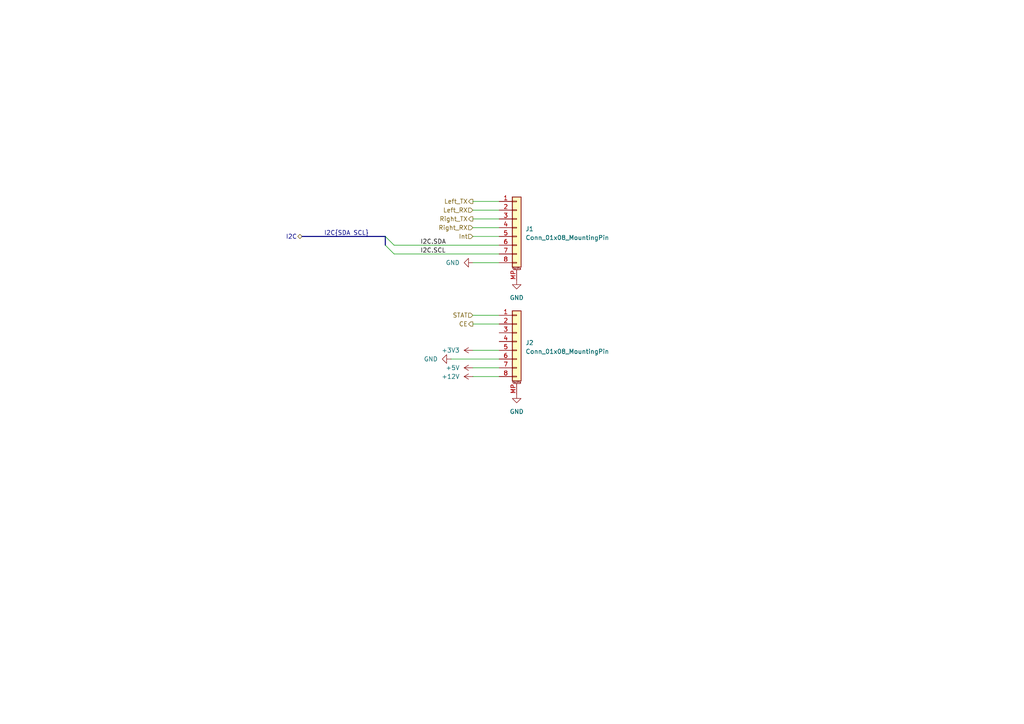
<source format=kicad_sch>
(kicad_sch (version 20250114) (generator "eeschema") (generator_version "9.0")
  (paper "A4")
  (lib_symbols
    (symbol "Connector_Generic_MountingPin:Conn_01x08_MountingPin" (pin_names (offset 1.016) (hide yes))
      (property "Reference" "J" (at 0 10.16 0))
      (property "Value" "Conn_01x08_MountingPin" (at 1.27 -12.7 0))
      (symbol "Conn_01x08_MountingPin_1_1"
        (rectangle (start -1.27 8.89) (end 1.27 -11.43) (stroke (width 0.254)) (fill (type background)))
        (rectangle (start -1.27 7.747) (end 0 7.493) (stroke (width 0.1524)))
        (rectangle (start -1.27 5.207) (end 0 4.953) (stroke (width 0.1524)))
        (rectangle (start -1.27 2.667) (end 0 2.413) (stroke (width 0.1524)))
        (rectangle (start -1.27 0.127) (end 0 -0.127) (stroke (width 0.1524)))
        (rectangle (start -1.27 -2.413) (end 0 -2.667) (stroke (width 0.1524)))
        (rectangle (start -1.27 -4.953) (end 0 -5.207) (stroke (width 0.1524)))
        (rectangle (start -1.27 -7.493) (end 0 -7.747) (stroke (width 0.1524)))
        (rectangle (start -1.27 -10.033) (end 0 -10.287) (stroke (width 0.1524)))
        (polyline (pts (xy -1.016 -12.192) (xy 1.016 -12.192)) (stroke (width 0.1524)))
        (text "Mounting" (at 0 -11.811 0) (effects (font (size 0.381 0.381))))
        (pin passive line (at -5.08 7.62 0) (length 3.81) (name "Pin_1") (number "1"))
        (pin passive line (at -5.08 5.08 0) (length 3.81) (name "Pin_2") (number "2"))
        (pin passive line (at -5.08 2.54 0) (length 3.81) (name "Pin_3") (number "3"))
        (pin passive line (at -5.08 0 0) (length 3.81) (name "Pin_4") (number "4"))
        (pin passive line (at -5.08 -2.54 0) (length 3.81) (name "Pin_5") (number "5"))
        (pin passive line (at -5.08 -5.08 0) (length 3.81) (name "Pin_6") (number "6"))
        (pin passive line (at -5.08 -7.62 0) (length 3.81) (name "Pin_7") (number "7"))
        (pin passive line (at -5.08 -10.16 0) (length 3.81) (name "Pin_8") (number "8"))
        (pin passive line (at 0 -15.24 90) (length 3.048) (name "MountPin") (number "MP"))
      )
    )
    (symbol "power:+12V" (power) (pin_numbers (hide yes)) (pin_names (offset 0) (hide yes))
      (property "Value" "+12V" (at 0 3.556 0))
      (symbol "+12V_0_1"
        (polyline (pts (xy -0.762 1.27) (xy 0 2.54)))
        (polyline (pts (xy 0 2.54) (xy 0.762 1.27)))
        (polyline (pts (xy 0 0) (xy 0 2.54)))
      )
      (symbol "+12V_1_1"
        (pin power_in line (at 0 0 90) (length 0) (name "~") (number "1"))
      )
    )
    (symbol "power:+3V3" (power) (pin_numbers (hide yes)) (pin_names (offset 0) (hide yes))
      (property "Value" "+3V3" (at 0 3.556 0))
      (symbol "+3V3_0_1"
        (polyline (pts (xy -0.762 1.27) (xy 0 2.54)))
        (polyline (pts (xy 0 2.54) (xy 0.762 1.27)))
        (polyline (pts (xy 0 0) (xy 0 2.54)))
      )
      (symbol "+3V3_1_1"
        (pin power_in line (at 0 0 90) (length 0) (name "~") (number "1"))
      )
    )
    (symbol "power:+5V" (power) (pin_numbers (hide yes)) (pin_names (offset 0) (hide yes))
      (property "Value" "+5V" (at 0 3.556 0))
      (symbol "+5V_0_1"
        (polyline (pts (xy -0.762 1.27) (xy 0 2.54)))
        (polyline (pts (xy 0 2.54) (xy 0.762 1.27)))
        (polyline (pts (xy 0 0) (xy 0 2.54)))
      )
      (symbol "+5V_1_1"
        (pin power_in line (at 0 0 90) (length 0) (name "~") (number "1"))
      )
    )
    (symbol "power:GND" (power) (pin_numbers (hide yes)) (pin_names (offset 0) (hide yes))
      (property "Value" "GND" (at 0 -3.81 0))
      (symbol "GND_0_1"
        (polyline (pts (xy 0 0) (xy 0 -1.27) (xy 1.27 -1.27) (xy 0 -2.54) (xy -1.27 -1.27) (xy 0 -1.27)))
      )
      (symbol "GND_1_1"
        (pin power_in line (at 0 0 270) (length 0) (name "~") (number "1"))
      )
    )
  )
  (bus_entry (at 111.76 71.12) (size 2.54 2.54))
  (bus_entry (at 111.76 68.58) (size 2.54 2.54))
  (wire (pts (xy 114.3 73.66) (xy 144.78 73.66)))
  (wire (pts (xy 137.16 109.22) (xy 144.78 109.22)))
  (bus (pts (xy 87.63 68.58) (xy 111.76 68.58)))
  (wire (pts (xy 137.16 91.44) (xy 144.78 91.44)))
  (wire (pts (xy 137.16 66.04) (xy 144.78 66.04)))
  (wire (pts (xy 137.16 93.98) (xy 144.78 93.98)))
  (wire (pts (xy 137.16 60.96) (xy 144.78 60.96)))
  (wire (pts (xy 114.3 71.12) (xy 144.78 71.12)))
  (wire (pts (xy 130.81 104.14) (xy 144.78 104.14)))
  (wire (pts (xy 137.16 76.2) (xy 144.78 76.2)))
  (bus (pts (xy 111.76 68.58) (xy 111.76 71.12)))
  (wire (pts (xy 137.16 63.5) (xy 144.78 63.5)))
  (wire (pts (xy 137.16 101.6) (xy 144.78 101.6)))
  (wire (pts (xy 137.16 68.58) (xy 144.78 68.58)))
  (wire (pts (xy 137.16 106.68) (xy 144.78 106.68)))
  (wire (pts (xy 137.16 58.42) (xy 144.78 58.42)))
  (label "I2C.SDA" (at 121.92 71.12 0))
  (label "I2C.SCL" (at 121.92 73.66 0))
  (label "I2C{SDA SCL}" (at 93.98 68.58 0))
  (hierarchical_label "CE" (shape output) (at 137.16 93.98 180))
  (hierarchical_label "Left_RX" (shape input) (at 137.16 60.96 180))
  (hierarchical_label "Right_TX" (shape output) (at 137.16 63.5 180))
  (hierarchical_label "Right_RX" (shape input) (at 137.16 66.04 180))
  (hierarchical_label "STAT" (shape input) (at 137.16 91.44 180))
  (hierarchical_label "Int" (shape input) (at 137.16 68.58 180))
  (hierarchical_label "Left_TX" (shape output) (at 137.16 58.42 180))
  (hierarchical_label "I2C" (shape bidirectional) (at 87.63 68.58 180))
  (symbol (lib_id "power:GND") (at 149.86 114.3 0) (unit 1)
    (property "Reference" "#PWR02" (effects (hide yes)))
    (property "Value" "GND" (at 149.86 119.38 0))
    (property "Description" "Power symbol creates a global label with name \"GND\" , ground" (effects (hide yes)))
  )
  (symbol (lib_id "power:GND") (at 149.86 81.28 0) (unit 1)
    (property "Reference" "#PWR01" (effects (hide yes)))
    (property "Value" "GND" (at 149.86 86.36 0))
    (property "Description" "Power symbol creates a global label with name \"GND\" , ground" (effects (hide yes)))
  )
  (symbol (lib_id "power:+3V3") (at 137.16 101.6 90) (unit 1)
    (property "Reference" "#PWR039" (effects (hide yes)))
    (property "Value" "+3V3" (at 133.35 101.5999 90) (effects (justify left)))
    (property "Description" "Power symbol creates a global label with name \"+3V3\"" (effects (hide yes)))
  )
  (symbol (lib_id "power:+12V") (at 137.16 109.22 90) (unit 1)
    (property "Reference" "#PWR037" (effects (hide yes)))
    (property "Value" "+12V" (at 133.35 109.2199 90) (effects (justify left)))
    (property "Description" "Power symbol creates a global label with name \"+12V\"" (effects (hide yes)))
  )
  (symbol (lib_id "Connector_Generic_MountingPin:Conn_01x08_MountingPin") (at 149.86 99.06 0) (unit 1)
    (property "Reference" "J2" (at 152.4 99.4155 0) (effects (justify left)))
    (property "Value" "Conn_01x08_MountingPin" (at 152.4 101.9555 0) (effects (justify left)))
    (property "Footprint" "Connector_JST:JST_SH_BM08B-SRSS-TB_1x08-1MP_P1.00mm_Vertical" (effects (hide yes)))
    (property "Description" "Generic connectable mounting pin connector, single row, 01x08, script generated (kicad-library-utils/schlib/autogen/connector/)" (effects (hide yes)))
  )
  (symbol (lib_id "power:+5V") (at 137.16 106.68 90) (unit 1)
    (property "Reference" "#PWR038" (effects (hide yes)))
    (property "Value" "+5V" (at 133.35 106.6799 90) (effects (justify left)))
    (property "Description" "Power symbol creates a global label with name \"+5V\"" (effects (hide yes)))
  )
  (symbol (lib_id "power:GND") (at 137.16 76.2 270) (unit 1)
    (property "Reference" "#PWR036" (effects (hide yes)))
    (property "Value" "GND" (at 133.35 76.1999 90) (effects (justify right)))
    (property "Description" "Power symbol creates a global label with name \"GND\" , ground" (effects (hide yes)))
  )
  (symbol (lib_id "power:GND") (at 130.81 104.14 270) (unit 1)
    (property "Reference" "#PWR040" (effects (hide yes)))
    (property "Value" "GND" (at 127 104.1399 90) (effects (justify right)))
    (property "Description" "Power symbol creates a global label with name \"GND\" , ground" (effects (hide yes)))
  )
  (symbol (lib_id "Connector_Generic_MountingPin:Conn_01x08_MountingPin") (at 149.86 66.04 0) (unit 1)
    (property "Reference" "J1" (at 152.4 66.3955 0) (effects (justify left)))
    (property "Value" "Conn_01x08_MountingPin" (at 152.4 68.9355 0) (effects (justify left)))
    (property "Footprint" "Connector_JST:JST_SH_BM08B-SRSS-TB_1x08-1MP_P1.00mm_Vertical" (effects (hide yes)))
    (property "Description" "Generic connectable mounting pin connector, single row, 01x08, script generated (kicad-library-utils/schlib/autogen/connector/)" (effects (hide yes)))
  )
)
</source>
